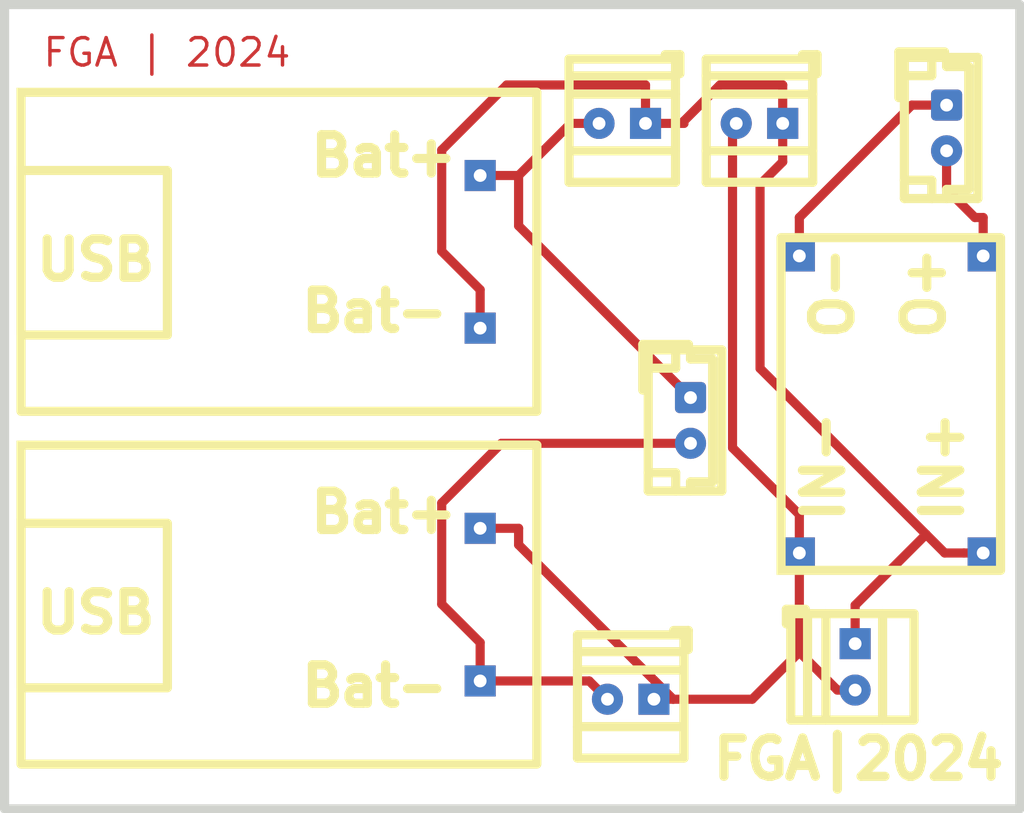
<source format=kicad_pcb>
(kicad_pcb (version 20240108) (generator "pcbnew") (generator_version "8.0")
  (layers (0 "F.Cu" signal) (31 "B.Cu" signal) (34 "B.Paste" user) (35 "F.Paste" user) (36 "B.SilkS" user "B.Silkscreen") (37 "F.SilkS" user "F.Silkscreen") (38 "B.Mask" user) (39 "F.Mask" user) (44 "Edge.Cuts" user))
  (net 0 "")
  (net 1 "+7.4V")
  (net 2 "GND")
  (net 3 "Net-(J2-Pin_2)")
  (net 4 "Net-(J3-Pin_1)")
  (net 5 "Net-(J3-Pin_2)")
  (net 6 "Net-(J5-Pin_2)")
  (footprint "TerminalBlock:TerminalBlock_Xinya_XY308-2.54-2P_1x02_P2.54mm_Horizontal" (layer "F.Cu") (at 73.04 26 180)
    (property "Reference" "J4" (hide yes))
    (property "Value" "ToMotors")
    (fp_line (start 4.18 -3.22) (end 4.18 3.52) (stroke (width 0.5)) (layer "F.SilkS"))
    (fp_line (start -1.64 3.52) (end 4.18 3.52) (stroke (width 0.5)) (layer "F.SilkS"))
    (fp_line (start -1.64 2.6) (end 4.18 2.6) (stroke (width 0.5)) (layer "F.SilkS"))
    (fp_line (start -1.64 1.6) (end 4.18 1.6) (stroke (width 0.5)) (layer "F.SilkS"))
    (fp_line (start -1.64 -1.501) (end 4.18 -1.501) (stroke (width 0.5)) (layer "F.SilkS"))
    (fp_line (start -1.64 -3.22) (end 4.18 -3.22) (stroke (width 0.5)) (layer "F.SilkS"))
    (fp_line (start -1.64 -3.22) (end -1.64 3.52) (stroke (width 0.5)) (layer "F.SilkS"))
    (fp_line (start -1.88 3.76) (end -1.08 3.76) (stroke (width 0.5)) (layer "F.SilkS"))
    (fp_line (start -1.88 2.72) (end -1.88 3.76) (stroke (width 0.5)) (layer "F.SilkS"))
    (pad "1" thru_hole rect (at 0 0 180) (size 1.7 1.7) (drill 0.7) (layers "*.Cu" "*.Mask") (net 1 "+7.4V"))
    (pad "2" thru_hole circle (at 2.54 0 180) (size 1.7 1.7) (drill 0.7) (layers "*.Cu" "*.Mask") (net 2 "GND"))
  )
  (footprint "USBC-Charger:USBC-LiPo-ChargingModule" (layer "F.Cu") (at 45.5 61.6)
    (property "Reference" "TP4056Mod2" (hide yes))
    (property "Value" "~" (hide yes))
    (fp_line (start 14.1 -18) (end 11.9 -18) (stroke (width 0.5)) (layer "F.SilkS"))
    (fp_rect (start -14.1 -18) (end 14.1 -0.55) (stroke (width 0.5)) (fill none) (layer "F.SilkS"))
    (fp_rect (start -14.1 -13.725) (end -6.1 -4.725) (stroke (width 0.5)) (fill none) (layer "F.SilkS"))
    (fp_text user "Bat+" (at 1.5 -13.1 0) (layer "F.SilkS") (effects (font (size 2.1 2.1) (thickness 0.5)) (justify left bottom)))
    (fp_text user "Bat-" (at 1 -3.6 0) (layer "F.SilkS") (effects (font (size 2.1 2.1) (thickness 0.5)) (justify left bottom)))
    (fp_text user "USB" (at -13.5 -7.6 0) (layer "F.SilkS") (effects (font (size 2.1 2.1) (thickness 0.5)) (justify left bottom)))
    (pad "1" thru_hole rect (at 11 -13.45) (size 1.7 1.7) (drill 0.7) (layers "*.Cu" "*.Mask") (net 2 "GND"))
    (pad "2" thru_hole rect (at 11 -5.1) (size 1.7 1.7) (drill 0.7) (layers "*.Cu" "*.Mask") (net 6 "Net-(J5-Pin_2)"))
  )
  (footprint "TerminalBlock:TerminalBlock_Xinya_XY308-2.54-2P_1x02_P2.54mm_Horizontal" (layer "F.Cu") (at 66 57.5 180)
    (property "Reference" "J5" (hide yes))
    (property "Value" "Batt2")
    (fp_line (start 4.18 -3.22) (end 4.18 3.52) (stroke (width 0.5)) (layer "F.SilkS"))
    (fp_line (start -1.64 3.52) (end 4.18 3.52) (stroke (width 0.5)) (layer "F.SilkS"))
    (fp_line (start -1.64 2.6) (end 4.18 2.6) (stroke (width 0.5)) (layer "F.SilkS"))
    (fp_line (start -1.64 1.6) (end 4.18 1.6) (stroke (width 0.5)) (layer "F.SilkS"))
    (fp_line (start -1.64 -1.501) (end 4.18 -1.501) (stroke (width 0.5)) (layer "F.SilkS"))
    (fp_line (start -1.64 -3.22) (end 4.18 -3.22) (stroke (width 0.5)) (layer "F.SilkS"))
    (fp_line (start -1.64 -3.22) (end -1.64 3.52) (stroke (width 0.5)) (layer "F.SilkS"))
    (fp_line (start -1.88 3.76) (end -1.08 3.76) (stroke (width 0.5)) (layer "F.SilkS"))
    (fp_line (start -1.88 2.72) (end -1.88 3.76) (stroke (width 0.5)) (layer "F.SilkS"))
    (pad "1" thru_hole rect (at 0 0 180) (size 1.7 1.7) (drill 0.7) (layers "*.Cu" "*.Mask") (net 2 "GND"))
    (pad "2" thru_hole circle (at 2.54 0 180) (size 1.7 1.7) (drill 0.7) (layers "*.Cu" "*.Mask") (net 6 "Net-(J5-Pin_2)"))
  )
  (footprint "TerminalBlock:TerminalBlock_Xinya_XY308-2.54-2P_1x02_P2.54mm_Horizontal" (layer "F.Cu") (at 77 54.46 -90)
    (property "Reference" "J1" (hide yes))
    (property "Value" "ToVSensor")
    (fp_line (start -1.88 3.76) (end -1.08 3.76) (stroke (width 0.5)) (layer "F.SilkS"))
    (fp_line (start -1.64 3.52) (end 4.18 3.52) (stroke (width 0.5)) (layer "F.SilkS"))
    (fp_line (start -1.88 2.72) (end -1.88 3.76) (stroke (width 0.5)) (layer "F.SilkS"))
    (fp_line (start -1.64 2.6) (end 4.18 2.6) (stroke (width 0.5)) (layer "F.SilkS"))
    (fp_line (start -1.64 1.6) (end 4.18 1.6) (stroke (width 0.5)) (layer "F.SilkS"))
    (fp_line (start -1.64 -1.501) (end 4.18 -1.501) (stroke (width 0.5)) (layer "F.SilkS"))
    (fp_line (start -1.64 -3.22) (end -1.64 3.52) (stroke (width 0.5)) (layer "F.SilkS"))
    (fp_line (start -1.64 -3.22) (end 4.18 -3.22) (stroke (width 0.5)) (layer "F.SilkS"))
    (fp_line (start 4.18 -3.22) (end 4.18 3.52) (stroke (width 0.5)) (layer "F.SilkS"))
    (pad "1" thru_hole rect (at 0 0 270) (size 1.7 1.7) (drill 0.7) (layers "*.Cu" "*.Mask") (net 1 "+7.4V"))
    (pad "2" thru_hole circle (at 2.54 0 270) (size 1.7 1.7) (drill 0.7) (layers "*.Cu" "*.Mask") (net 2 "GND"))
  )
  (footprint "USBC-Charger:USBC-LiPo-ChargingModule" (layer "F.Cu") (at 45.5 42.3)
    (property "Reference" "TP4056Mod1" (hide yes))
    (property "Value" "~" (hide yes))
    (fp_line (start 14.1 -18) (end 11.9 -18) (stroke (width 0.5)) (layer "F.SilkS"))
    (fp_rect (start -14.1 -18) (end 14.1 -0.55) (stroke (width 0.5)) (fill none) (layer "F.SilkS"))
    (fp_rect (start -14.1 -13.725) (end -6.1 -4.725) (stroke (width 0.5)) (fill none) (layer "F.SilkS"))
    (fp_text user "USB" (at -13.5 -7.6 0) (layer "F.SilkS") (effects (font (size 2.1 2.1) (thickness 0.5)) (justify left bottom)))
    (fp_text user "Bat+" (at 1.5 -13.3 0) (layer "F.SilkS") (effects (font (size 2.1 2.1) (thickness 0.5)) (justify left bottom)))
    (pad "1" thru_hole rect (at 11 -13.45) (size 1.7 1.7) (drill 0.7) (layers "*.Cu" "*.Mask") (net 3 "Net-(J2-Pin_2)"))
    (pad "2" thru_hole rect (at 11 -5.1) (size 1.7 1.7) (drill 0.7) (layers "*.Cu" "*.Mask") (net 1 "+7.4V"))
  )
  (footprint "USBC-Charger:ZX-Mini-360" (layer "F.Cu") (at 84.95 50.5 90)
    (property "Reference" "U1" (hide yes))
    (property "Value" "~")
    (fp_rect (start 0.05 -12) (end 18.25 0) (stroke (width 0.5)) (fill none) (layer "F.SilkS"))
    (fp_text user "IN+" (at 2.5 -1.95 90) (layer "F.SilkS") (effects (font (size 2.1 2.1) (thickness 0.5)) (justify left bottom)))
    (fp_text user "O+" (at 12.5 -2.95 90) (layer "F.SilkS") (effects (font (size 2.1 2.1) (thickness 0.5)) (justify left bottom)))
    (fp_text user "IN-" (at 2.5 -8.45 90) (layer "F.SilkS") (effects (font (size 2.1 2.1) (thickness 0.5)) (justify left bottom)))
    (fp_text user "O-" (at 12.5 -7.95 90) (layer "F.SilkS") (effects (font (size 2.1 2.1) (thickness 0.5)) (justify left bottom)))
    (pad "1" thru_hole rect (at 17.25 -11 90) (size 1.7 1.7) (drill 0.7) (layers "*.Cu" "*.Mask") (net 4 "Net-(J3-Pin_1)"))
    (pad "2" thru_hole rect (at 17.25 -0.95 90) (size 1.7 1.7) (drill 0.7) (layers "*.Cu" "*.Mask") (net 5 "Net-(J3-Pin_2)"))
    (pad "3" thru_hole rect (at 1 -11 90) (size 1.7 1.7) (drill 0.7) (layers "*.Cu" "*.Mask") (net 2 "GND"))
    (pad "4" thru_hole rect (at 1 -0.95 90) (size 1.7 1.7) (drill 0.7) (layers "*.Cu" "*.Mask") (net 1 "+7.4V"))
  )
  (footprint "Connector_JST:JST_EH_B2B-EH-A_1x02_P2.50mm_Vertical" (layer "F.Cu") (at 68 41 -90)
    (property "Reference" "J6" (hide yes))
    (property "Value" "SeriesSwitch")
    (fp_line (start -2.91 2.61) (end -0.41 2.61) (stroke (width 0.5)) (layer "F.SilkS"))
    (fp_line (start -2.61 2.31) (end 5.11 2.31) (stroke (width 0.5)) (layer "F.SilkS"))
    (fp_line (start 5.11 2.31) (end 5.11 -1.71) (stroke (width 0.5)) (layer "F.SilkS"))
    (fp_line (start -2.61 0.81) (end -1.61 0.81) (stroke (width 0.5)) (layer "F.SilkS"))
    (fp_line (start -1.61 0.81) (end -1.61 2.31) (stroke (width 0.5)) (layer "F.SilkS"))
    (fp_line (start 4.11 0.81) (end 4.11 2.31) (stroke (width 0.5)) (layer "F.SilkS"))
    (fp_line (start 5.11 0.81) (end 4.11 0.81) (stroke (width 0.5)) (layer "F.SilkS"))
    (fp_line (start -2.91 0.11) (end -2.91 2.61) (stroke (width 0.5)) (layer "F.SilkS"))
    (fp_line (start -2.61 0) (end -2.11 0) (stroke (width 0.5)) (layer "F.SilkS"))
    (fp_line (start -2.11 0) (end -2.11 -1.21) (stroke (width 0.5)) (layer "F.SilkS"))
    (fp_line (start 4.61 0) (end 5.11 0) (stroke (width 0.5)) (layer "F.SilkS"))
    (fp_line (start -2.11 -1.21) (end 4.61 -1.21) (stroke (width 0.5)) (layer "F.SilkS"))
    (fp_line (start 4.61 -1.21) (end 4.61 0) (stroke (width 0.5)) (layer "F.SilkS"))
    (fp_line (start -2.61 -1.71) (end -2.61 2.31) (stroke (width 0.5)) (layer "F.SilkS"))
    (fp_line (start 5.11 -1.71) (end -2.61 -1.71) (stroke (width 0.5)) (layer "F.SilkS"))
    (pad "1" thru_hole roundrect (at 0 0 270) (size 1.7 1.7) (drill 0.7) (layers "*.Cu" "*.Mask") (roundrect_rratio 0.147059) (net 3 "Net-(J2-Pin_2)"))
    (pad "2" thru_hole oval (at 2.5 0 270) (size 1.7 1.7) (drill 0.7) (layers "*.Cu" "*.Mask") (net 6 "Net-(J5-Pin_2)"))
  )
  (footprint "TerminalBlock:TerminalBlock_Xinya_XY308-2.54-2P_1x02_P2.54mm_Horizontal" (layer "F.Cu") (at 65.54 26 180)
    (property "Reference" "J2" (hide yes))
    (property "Value" "Batt1")
    (fp_line (start 4.18 -3.22) (end 4.18 3.52) (stroke (width 0.5)) (layer "F.SilkS"))
    (fp_line (start -1.64 3.52) (end 4.18 3.52) (stroke (width 0.5)) (layer "F.SilkS"))
    (fp_line (start -1.64 2.6) (end 4.18 2.6) (stroke (width 0.5)) (layer "F.SilkS"))
    (fp_line (start -1.64 1.6) (end 4.18 1.6) (stroke (width 0.5)) (layer "F.SilkS"))
    (fp_line (start -1.64 -1.501) (end 4.18 -1.501) (stroke (width 0.5)) (layer "F.SilkS"))
    (fp_line (start -1.64 -3.22) (end 4.18 -3.22) (stroke (width 0.5)) (layer "F.SilkS"))
    (fp_line (start -1.64 -3.22) (end -1.64 3.52) (stroke (width 0.5)) (layer "F.SilkS"))
    (fp_line (start -1.88 3.76) (end -1.08 3.76) (stroke (width 0.5)) (layer "F.SilkS"))
    (fp_line (start -1.88 2.72) (end -1.88 3.76) (stroke (width 0.5)) (layer "F.SilkS"))
    (pad "1" thru_hole rect (at 0 0 180) (size 1.7 1.7) (drill 0.7) (layers "*.Cu" "*.Mask") (net 1 "+7.4V"))
    (pad "2" thru_hole circle (at 2.54 0 180) (size 1.7 1.7) (drill 0.7) (layers "*.Cu" "*.Mask") (net 3 "Net-(J2-Pin_2)"))
  )
  (footprint "Connector_JST:JST_EH_B2B-EH-A_1x02_P2.50mm_Vertical" (layer "F.Cu") (at 82 25 -90)
    (property "Reference" "J3" (hide yes))
    (property "Value" "ESP32-5V")
    (fp_line (start -2.91 2.61) (end -0.41 2.61) (stroke (width 0.5)) (layer "F.SilkS"))
    (fp_line (start -2.61 2.31) (end 5.11 2.31) (stroke (width 0.5)) (layer "F.SilkS"))
    (fp_line (start 5.11 2.31) (end 5.11 -1.71) (stroke (width 0.5)) (layer "F.SilkS"))
    (fp_line (start -2.61 0.81) (end -1.61 0.81) (stroke (width 0.5)) (layer "F.SilkS"))
    (fp_line (start -1.61 0.81) (end -1.61 2.31) (stroke (width 0.5)) (layer "F.SilkS"))
    (fp_line (start 4.11 0.81) (end 4.11 2.31) (stroke (width 0.5)) (layer "F.SilkS"))
    (fp_line (start 5.11 0.81) (end 4.11 0.81) (stroke (width 0.5)) (layer "F.SilkS"))
    (fp_line (start -2.91 0.11) (end -2.91 2.61) (stroke (width 0.5)) (layer "F.SilkS"))
    (fp_line (start -2.61 0) (end -2.11 0) (stroke (width 0.5)) (layer "F.SilkS"))
    (fp_line (start -2.11 0) (end -2.11 -1.21) (stroke (width 0.5)) (layer "F.SilkS"))
    (fp_line (start 4.61 0) (end 5.11 0) (stroke (width 0.5)) (layer "F.SilkS"))
    (fp_line (start -2.11 -1.21) (end 4.61 -1.21) (stroke (width 0.5)) (layer "F.SilkS"))
    (fp_line (start 4.61 -1.21) (end 4.61 0) (stroke (width 0.5)) (layer "F.SilkS"))
    (fp_line (start -2.61 -1.71) (end -2.61 2.31) (stroke (width 0.5)) (layer "F.SilkS"))
    (fp_line (start 5.11 -1.71) (end -2.61 -1.71) (stroke (width 0.5)) (layer "F.SilkS"))
    (pad "1" thru_hole roundrect (at 0 0 270) (size 1.7 1.7) (drill 0.7) (layers "*.Cu" "*.Mask") (roundrect_rratio 0.147059) (net 4 "Net-(J3-Pin_1)"))
    (pad "2" thru_hole oval (at 2.5 0 270) (size 1.7 1.7) (drill 0.7) (layers "*.Cu" "*.Mask") (net 5 "Net-(J3-Pin_2)"))
  )
  (gr_rect (start 30.5 19.5) (end 86 63.5) (stroke (width 0.5)) (fill none) (layer "Edge.Cuts"))
  (gr_text "FGA | 2024\n" (at 32.5 23 0) (layer "F.Cu") (effects (font (size 1.5 1.5) (thickness 0.1875)) (justify left bottom)))
  (gr_text "FGA|2024" (at 69 62 0) (layer "F.SilkS") (effects (font (size 2.1 2.1) (thickness 0.5) (bold yes)) (justify left bottom)))
  (gr_text "Bat-" (at 46.5 37.5 0) (layer "F.SilkS") (effects (font (size 2.1 2.1) (thickness 0.5)) (justify left bottom)))
  (segment (start 69.6119 23.8983) (end 67.6417 25.8685) (width 0.5) (layer "F.Cu") (net 1))
  (segment (start 80.8783 48.48) (end 71.8016 39.4033) (width 0.5) (layer "F.Cu") (net 1))
  (segment (start 82.9492 49.5) (end 81.8983 49.5) (width 0.5) (layer "F.Cu") (net 1))
  (segment (start 77 54.46) (end 77 52.3583) (width 0.5) (layer "F.Cu") (net 1))
  (segment (start 57.9557 23.8983) (end 65.54 23.8983) (width 0.5) (layer "F.Cu") (net 1))
  (segment (start 54.3983 32.9966) (end 54.3983 27.4557) (width 0.5) (layer "F.Cu") (net 1))
  (segment (start 56.5 37.2) (end 56.5 35.0983) (width 0.5) (layer "F.Cu") (net 1))
  (segment (start 56.5 35.0983) (end 54.3983 32.9966) (width 0.5) (layer "F.Cu") (net 1))
  (segment (start 73.04 23.8983) (end 69.6119 23.8983) (width 0.5) (layer "F.Cu") (net 1))
  (segment (start 81.8983 49.5) (end 80.8783 48.48) (width 0.5) (layer "F.Cu") (net 1))
  (segment (start 65.54 26) (end 65.54 23.8983) (width 0.5) (layer "F.Cu") (net 1))
  (segment (start 80.8783 48.48) (end 77 52.3583) (width 0.5) (layer "F.Cu") (net 1))
  (segment (start 54.3983 27.4557) (end 57.9557 23.8983) (width 0.5) (layer "F.Cu") (net 1))
  (segment (start 67.6417 25.8685) (end 67.6417 26) (width 0.5) (layer "F.Cu") (net 1))
  (segment (start 73.04 26.3154) (end 73.04 28.1017) (width 0.5) (layer "F.Cu") (net 1))
  (segment (start 71.8016 29.3401) (end 73.04 28.1017) (width 0.5) (layer "F.Cu") (net 1))
  (segment (start 84 49.5) (end 82.9492 49.5) (width 0.5) (layer "F.Cu") (net 1))
  (segment (start 73.04 26) (end 73.04 23.8983) (width 0.5) (layer "F.Cu") (net 1))
  (segment (start 73.04 26.3154) (end 73.04 26) (width 0.5) (layer "F.Cu") (net 1))
  (segment (start 65.54 26) (end 67.6417 26) (width 0.5) (layer "F.Cu") (net 1))
  (segment (start 71.8016 39.4033) (end 71.8016 29.3401) (width 0.5) (layer "F.Cu") (net 1))
  (segment (start 56.5 48.15) (end 58.6017 48.15) (width 0.5) (layer "F.Cu") (net 2))
  (segment (start 73.95 49.5) (end 73.95 47.3983) (width 0.5) (layer "F.Cu") (net 2))
  (segment (start 70.2966 26.2034) (end 70.5 26) (width 0.5) (layer "F.Cu") (net 2))
  (segment (start 73.95 54.9222) (end 73.95 49.5) (width 0.5) (layer "F.Cu") (net 2))
  (segment (start 66 57.5) (end 67.0509 57.5) (width 0.5) (layer "F.Cu") (net 2))
  (segment (start 73.95 54.9222) (end 76.0278 57) (width 0.5) (layer "F.Cu") (net 2))
  (segment (start 73.95 47.3983) (end 70.2966 43.7449) (width 0.5) (layer "F.Cu") (net 2))
  (segment (start 70.2966 43.7449) (end 70.2966 26.2034) (width 0.5) (layer "F.Cu") (net 2))
  (segment (start 58.6017 49.0508) (end 58.6017 48.15) (width 0.5) (layer "F.Cu") (net 2))
  (segment (start 67.0509 57.5) (end 71.3722 57.5) (width 0.5) (layer "F.Cu") (net 2))
  (segment (start 76.0278 57) (end 77 57) (width 0.5) (layer "F.Cu") (net 2))
  (segment (start 71.3722 57.5) (end 73.95 54.9222) (width 0.5) (layer "F.Cu") (net 2))
  (segment (start 67.0509 57.5) (end 58.6017 49.0508) (width 0.5) (layer "F.Cu") (net 2))
  (segment (start 68 41) (end 58.6017 31.6017) (width 0.5) (layer "F.Cu") (net 3))
  (segment (start 61.4517 26) (end 63 26) (width 0.5) (layer "F.Cu") (net 3))
  (segment (start 56.5 28.85) (end 58.6017 28.85) (width 0.5) (layer "F.Cu") (net 3))
  (segment (start 58.6017 31.6017) (end 58.6017 28.85) (width 0.5) (layer "F.Cu") (net 3))
  (segment (start 58.6017 28.85) (end 61.4517 26) (width 0.5) (layer "F.Cu") (net 3))
  (segment (start 82 25) (end 80.0983 25) (width 0.5) (layer "F.Cu") (net 4))
  (segment (start 80.0983 25) (end 73.95 31.1483) (width 0.5) (layer "F.Cu") (net 4))
  (segment (start 73.95 33.25) (end 73.95 31.1483) (width 0.5) (layer "F.Cu") (net 4))
  (segment (start 84 33.25) (end 84 31.1483) (width 0.5) (layer "F.Cu") (net 5))
  (segment (start 82 29.6017) (end 83.5466 31.1483) (width 0.5) (layer "F.Cu") (net 5))
  (segment (start 82 27.5) (end 82 29.6017) (width 0.5) (layer "F.Cu") (net 5))
  (segment (start 83.5466 31.1483) (end 84 31.1483) (width 0.5) (layer "F.Cu") (net 5))
  (segment (start 54.3983 52.2966) (end 56.5 54.3983) (width 0.5) (layer "F.Cu") (net 6))
  (segment (start 62.46 56.5) (end 63.46 57.5) (width 0.5) (layer "F.Cu") (net 6))
  (segment (start 56.5 56.5) (end 56.5 54.3983) (width 0.5) (layer "F.Cu") (net 6))
  (segment (start 68 43.5) (end 57.668 43.5) (width 0.5) (layer "F.Cu") (net 6))
  (segment (start 54.3983 46.7697) (end 54.3983 52.2966) (width 0.5) (layer "F.Cu") (net 6))
  (segment (start 56.5 56.5) (end 62.46 56.5) (width 0.5) (layer "F.Cu") (net 6))
  (segment (start 57.668 43.5) (end 54.3983 46.7697) (width 0.5) (layer "F.Cu") (net 6))
)
</source>
